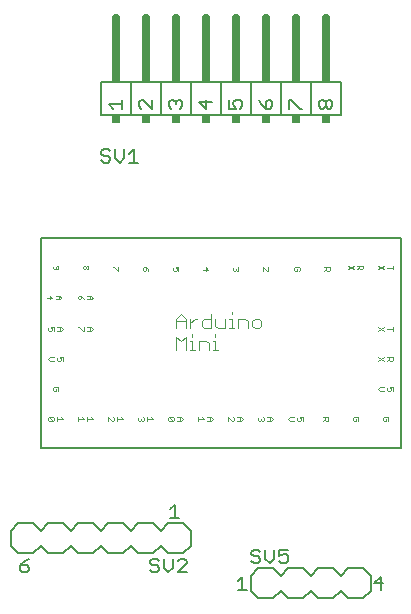
<source format=gto>
G75*
%MOIN*%
%OFA0B0*%
%FSLAX25Y25*%
%IPPOS*%
%LPD*%
%AMOC8*
5,1,8,0,0,1.08239X$1,22.5*
%
%ADD10C,0.00500*%
%ADD11C,0.00400*%
%ADD12C,0.00200*%
%ADD13C,0.00600*%
%ADD14C,0.02600*%
%ADD15R,0.02600X0.03000*%
%ADD16R,0.02600X0.02600*%
D10*
X0020153Y0040006D02*
X0019402Y0040757D01*
X0019402Y0042258D01*
X0021654Y0042258D01*
X0022405Y0041507D01*
X0022405Y0040757D01*
X0021654Y0040006D01*
X0020153Y0040006D01*
X0019402Y0042258D02*
X0020903Y0043759D01*
X0022405Y0044510D01*
X0026256Y0081256D02*
X0146256Y0081256D01*
X0146256Y0151256D01*
X0026256Y0151256D01*
X0026256Y0081256D01*
X0063445Y0044510D02*
X0062694Y0043759D01*
X0062694Y0043008D01*
X0063445Y0042258D01*
X0064946Y0042258D01*
X0065697Y0041507D01*
X0065697Y0040757D01*
X0064946Y0040006D01*
X0063445Y0040006D01*
X0062694Y0040757D01*
X0063445Y0044510D02*
X0064946Y0044510D01*
X0065697Y0043759D01*
X0067298Y0044510D02*
X0067298Y0041507D01*
X0068799Y0040006D01*
X0070301Y0041507D01*
X0070301Y0044510D01*
X0071902Y0043759D02*
X0072653Y0044510D01*
X0074154Y0044510D01*
X0074905Y0043759D01*
X0074905Y0043008D01*
X0071902Y0040006D01*
X0074905Y0040006D01*
X0072405Y0058006D02*
X0069402Y0058006D01*
X0070903Y0058006D02*
X0070903Y0062510D01*
X0069402Y0061008D01*
X0092006Y0037008D02*
X0093507Y0038510D01*
X0093507Y0034006D01*
X0092006Y0034006D02*
X0095008Y0034006D01*
X0097257Y0043006D02*
X0096506Y0043757D01*
X0097257Y0043006D02*
X0098758Y0043006D01*
X0099508Y0043757D01*
X0099508Y0044507D01*
X0098758Y0045258D01*
X0097257Y0045258D01*
X0096506Y0046008D01*
X0096506Y0046759D01*
X0097257Y0047510D01*
X0098758Y0047510D01*
X0099508Y0046759D01*
X0101110Y0047510D02*
X0101110Y0044507D01*
X0102611Y0043006D01*
X0104112Y0044507D01*
X0104112Y0047510D01*
X0105714Y0047510D02*
X0105714Y0045258D01*
X0107215Y0046008D01*
X0107966Y0046008D01*
X0108716Y0045258D01*
X0108716Y0043757D01*
X0107966Y0043006D01*
X0106464Y0043006D01*
X0105714Y0043757D01*
X0105714Y0047510D02*
X0108716Y0047510D01*
X0137506Y0036258D02*
X0140508Y0036258D01*
X0139758Y0034006D02*
X0139758Y0038510D01*
X0137506Y0036258D01*
X0058716Y0176506D02*
X0055714Y0176506D01*
X0057215Y0176506D02*
X0057215Y0181010D01*
X0055714Y0179508D01*
X0054112Y0178007D02*
X0054112Y0181010D01*
X0054112Y0178007D02*
X0052611Y0176506D01*
X0051110Y0178007D01*
X0051110Y0181010D01*
X0049508Y0180259D02*
X0048758Y0181010D01*
X0047257Y0181010D01*
X0046506Y0180259D01*
X0046506Y0179508D01*
X0047257Y0178758D01*
X0048758Y0178758D01*
X0049508Y0178007D01*
X0049508Y0177257D01*
X0048758Y0176506D01*
X0047257Y0176506D01*
X0046506Y0177257D01*
X0050503Y0194506D02*
X0049002Y0196007D01*
X0053506Y0196007D01*
X0053506Y0194506D02*
X0053506Y0197508D01*
X0059002Y0196758D02*
X0059002Y0195257D01*
X0059753Y0194506D01*
X0059002Y0196758D02*
X0059753Y0197508D01*
X0060503Y0197508D01*
X0063506Y0194506D01*
X0063506Y0197508D01*
X0069002Y0196758D02*
X0069002Y0195257D01*
X0069753Y0194506D01*
X0071254Y0196007D02*
X0071254Y0196758D01*
X0072005Y0197508D01*
X0072755Y0197508D01*
X0073506Y0196758D01*
X0073506Y0195257D01*
X0072755Y0194506D01*
X0071254Y0196758D02*
X0070503Y0197508D01*
X0069753Y0197508D01*
X0069002Y0196758D01*
X0079002Y0196758D02*
X0081254Y0194506D01*
X0081254Y0197508D01*
X0083506Y0196758D02*
X0079002Y0196758D01*
X0089002Y0197508D02*
X0089002Y0194506D01*
X0091254Y0194506D01*
X0090503Y0196007D01*
X0090503Y0196758D01*
X0091254Y0197508D01*
X0092755Y0197508D01*
X0093506Y0196758D01*
X0093506Y0195257D01*
X0092755Y0194506D01*
X0099002Y0197508D02*
X0099753Y0196007D01*
X0101254Y0194506D01*
X0101254Y0196758D01*
X0102005Y0197508D01*
X0102755Y0197508D01*
X0103506Y0196758D01*
X0103506Y0195257D01*
X0102755Y0194506D01*
X0101254Y0194506D01*
X0109002Y0194506D02*
X0109002Y0197508D01*
X0109753Y0197508D01*
X0112755Y0194506D01*
X0113506Y0194506D01*
X0119002Y0195257D02*
X0119002Y0196758D01*
X0119753Y0197508D01*
X0120503Y0197508D01*
X0121254Y0196758D01*
X0121254Y0195257D01*
X0120503Y0194506D01*
X0119753Y0194506D01*
X0119002Y0195257D01*
X0121254Y0195257D02*
X0122005Y0194506D01*
X0122755Y0194506D01*
X0123506Y0195257D01*
X0123506Y0196758D01*
X0122755Y0197508D01*
X0122005Y0197508D01*
X0121254Y0196758D01*
D11*
X0099079Y0124525D02*
X0097545Y0124525D01*
X0096777Y0123758D01*
X0096777Y0122223D01*
X0097545Y0121456D01*
X0099079Y0121456D01*
X0099847Y0122223D01*
X0099847Y0123758D01*
X0099079Y0124525D01*
X0095243Y0123758D02*
X0095243Y0121456D01*
X0095243Y0123758D02*
X0094476Y0124525D01*
X0092174Y0124525D01*
X0092174Y0121456D01*
X0090639Y0121456D02*
X0089104Y0121456D01*
X0089872Y0121456D02*
X0089872Y0124525D01*
X0089104Y0124525D01*
X0087570Y0124525D02*
X0087570Y0121456D01*
X0085268Y0121456D01*
X0084500Y0122223D01*
X0084500Y0124525D01*
X0082966Y0124525D02*
X0080664Y0124525D01*
X0079896Y0123758D01*
X0079896Y0122223D01*
X0080664Y0121456D01*
X0082966Y0121456D01*
X0082966Y0126060D01*
X0078362Y0124525D02*
X0077594Y0124525D01*
X0076060Y0122991D01*
X0076060Y0124525D02*
X0076060Y0121456D01*
X0074525Y0121456D02*
X0074525Y0124525D01*
X0072991Y0126060D01*
X0071456Y0124525D01*
X0071456Y0121456D01*
X0071456Y0123758D02*
X0074525Y0123758D01*
X0076827Y0119327D02*
X0076827Y0118560D01*
X0076827Y0117025D02*
X0076827Y0113956D01*
X0076060Y0113956D02*
X0077594Y0113956D01*
X0079129Y0113956D02*
X0079129Y0117025D01*
X0081431Y0117025D01*
X0082198Y0116258D01*
X0082198Y0113956D01*
X0083733Y0113956D02*
X0085268Y0113956D01*
X0084500Y0113956D02*
X0084500Y0117025D01*
X0083733Y0117025D01*
X0084500Y0118560D02*
X0084500Y0119327D01*
X0089872Y0126060D02*
X0089872Y0126827D01*
X0076827Y0117025D02*
X0076060Y0117025D01*
X0074525Y0118560D02*
X0074525Y0113956D01*
X0071456Y0113956D02*
X0071456Y0118560D01*
X0072991Y0117025D01*
X0074525Y0118560D01*
D12*
X0072157Y0140455D02*
X0072157Y0141656D01*
X0071257Y0141656D01*
X0071557Y0141055D01*
X0071557Y0140755D01*
X0071257Y0140455D01*
X0070656Y0140455D01*
X0070356Y0140755D01*
X0070356Y0141356D01*
X0070656Y0141656D01*
X0062157Y0140455D02*
X0061857Y0141055D01*
X0061257Y0141656D01*
X0061257Y0140755D01*
X0060956Y0140455D01*
X0060656Y0140455D01*
X0060356Y0140755D01*
X0060356Y0141356D01*
X0060656Y0141656D01*
X0061257Y0141656D01*
X0052157Y0141656D02*
X0052157Y0140455D01*
X0051857Y0140455D01*
X0050656Y0141656D01*
X0050356Y0141656D01*
X0043057Y0132156D02*
X0043657Y0131555D01*
X0043057Y0130955D01*
X0041856Y0130955D01*
X0042757Y0130955D02*
X0042757Y0132156D01*
X0043057Y0132156D02*
X0041856Y0132156D01*
X0040357Y0131555D02*
X0039757Y0132156D01*
X0039757Y0131255D01*
X0039456Y0130955D01*
X0039156Y0130955D01*
X0038856Y0131255D01*
X0038856Y0131856D01*
X0039156Y0132156D01*
X0039757Y0132156D01*
X0040357Y0131555D02*
X0040657Y0130955D01*
X0033157Y0131555D02*
X0032557Y0130955D01*
X0031356Y0130955D01*
X0032257Y0130955D02*
X0032257Y0132156D01*
X0032557Y0132156D02*
X0033157Y0131555D01*
X0032557Y0132156D02*
X0031356Y0132156D01*
X0030157Y0131255D02*
X0029257Y0132156D01*
X0029257Y0130955D01*
X0030157Y0131255D02*
X0028356Y0131255D01*
X0029156Y0121656D02*
X0028856Y0121356D01*
X0028856Y0120755D01*
X0029156Y0120455D01*
X0029757Y0120455D01*
X0030057Y0120755D01*
X0030057Y0121055D01*
X0029757Y0121656D01*
X0030657Y0121656D01*
X0030657Y0120455D01*
X0031856Y0120455D02*
X0033057Y0120455D01*
X0033657Y0121055D01*
X0033057Y0121656D01*
X0031856Y0121656D01*
X0032757Y0121656D02*
X0032757Y0120455D01*
X0038856Y0121656D02*
X0039156Y0121656D01*
X0040357Y0120455D01*
X0040657Y0120455D01*
X0040657Y0121656D01*
X0041856Y0121656D02*
X0043057Y0121656D01*
X0043657Y0121055D01*
X0043057Y0120455D01*
X0041856Y0120455D01*
X0042757Y0120455D02*
X0042757Y0121656D01*
X0033657Y0111656D02*
X0032757Y0111656D01*
X0033057Y0111055D01*
X0033057Y0110755D01*
X0032757Y0110455D01*
X0032156Y0110455D01*
X0031856Y0110755D01*
X0031856Y0111356D01*
X0032156Y0111656D01*
X0030657Y0111656D02*
X0029456Y0111656D01*
X0028856Y0111055D01*
X0029456Y0110455D01*
X0030657Y0110455D01*
X0033657Y0110455D02*
X0033657Y0111656D01*
X0031857Y0101656D02*
X0030656Y0101656D01*
X0030356Y0101356D01*
X0030356Y0100755D01*
X0030656Y0100455D01*
X0031257Y0100455D01*
X0031257Y0101055D01*
X0031857Y0100455D02*
X0032157Y0100755D01*
X0032157Y0101356D01*
X0031857Y0101656D01*
X0031856Y0091656D02*
X0031856Y0090455D01*
X0031856Y0091055D02*
X0033657Y0091055D01*
X0033057Y0091656D01*
X0030657Y0091356D02*
X0030657Y0090755D01*
X0030357Y0090455D01*
X0029156Y0091656D01*
X0028856Y0091356D01*
X0028856Y0090755D01*
X0029156Y0090455D01*
X0030357Y0090455D01*
X0030657Y0091356D02*
X0030357Y0091656D01*
X0029156Y0091656D01*
X0038856Y0091656D02*
X0038856Y0090455D01*
X0038856Y0091055D02*
X0040657Y0091055D01*
X0040057Y0091656D01*
X0041856Y0091656D02*
X0041856Y0090455D01*
X0041856Y0091055D02*
X0043657Y0091055D01*
X0043057Y0091656D01*
X0048856Y0091656D02*
X0050057Y0090455D01*
X0050357Y0090455D01*
X0050657Y0090755D01*
X0050657Y0091356D01*
X0050357Y0091656D01*
X0051856Y0091656D02*
X0051856Y0090455D01*
X0051856Y0091055D02*
X0053657Y0091055D01*
X0053057Y0091656D01*
X0048856Y0091656D02*
X0048856Y0090455D01*
X0058856Y0090755D02*
X0058856Y0091356D01*
X0059156Y0091656D01*
X0059757Y0091055D02*
X0059757Y0090755D01*
X0059456Y0090455D01*
X0059156Y0090455D01*
X0058856Y0090755D01*
X0059757Y0090755D02*
X0060057Y0090455D01*
X0060357Y0090455D01*
X0060657Y0090755D01*
X0060657Y0091356D01*
X0060357Y0091656D01*
X0061856Y0091656D02*
X0061856Y0090455D01*
X0061856Y0091055D02*
X0063657Y0091055D01*
X0063057Y0091656D01*
X0068856Y0091356D02*
X0069156Y0091656D01*
X0070357Y0090455D01*
X0069156Y0090455D01*
X0068856Y0090755D01*
X0068856Y0091356D01*
X0069156Y0091656D02*
X0070357Y0091656D01*
X0070657Y0091356D01*
X0070657Y0090755D01*
X0070357Y0090455D01*
X0071856Y0090455D02*
X0073057Y0090455D01*
X0073657Y0091055D01*
X0073057Y0091656D01*
X0071856Y0091656D01*
X0072757Y0091656D02*
X0072757Y0090455D01*
X0078856Y0090455D02*
X0078856Y0091656D01*
X0078856Y0091055D02*
X0080657Y0091055D01*
X0080057Y0091656D01*
X0081856Y0091656D02*
X0083057Y0091656D01*
X0083657Y0091055D01*
X0083057Y0090455D01*
X0081856Y0090455D01*
X0082757Y0090455D02*
X0082757Y0091656D01*
X0088856Y0091656D02*
X0090057Y0090455D01*
X0090357Y0090455D01*
X0090657Y0090755D01*
X0090657Y0091356D01*
X0090357Y0091656D01*
X0091856Y0091656D02*
X0093057Y0091656D01*
X0093657Y0091055D01*
X0093057Y0090455D01*
X0091856Y0090455D01*
X0092757Y0090455D02*
X0092757Y0091656D01*
X0088856Y0091656D02*
X0088856Y0090455D01*
X0098856Y0090755D02*
X0098856Y0091356D01*
X0099156Y0091656D01*
X0099757Y0091055D02*
X0099757Y0090755D01*
X0099456Y0090455D01*
X0099156Y0090455D01*
X0098856Y0090755D01*
X0099757Y0090755D02*
X0100057Y0090455D01*
X0100357Y0090455D01*
X0100657Y0090755D01*
X0100657Y0091356D01*
X0100357Y0091656D01*
X0101856Y0091656D02*
X0103057Y0091656D01*
X0103657Y0091055D01*
X0103057Y0090455D01*
X0101856Y0090455D01*
X0102757Y0090455D02*
X0102757Y0091656D01*
X0108856Y0091055D02*
X0109456Y0090455D01*
X0110657Y0090455D01*
X0110657Y0091656D02*
X0109456Y0091656D01*
X0108856Y0091055D01*
X0111856Y0090755D02*
X0111856Y0091356D01*
X0112156Y0091656D01*
X0112757Y0091656D02*
X0113057Y0091055D01*
X0113057Y0090755D01*
X0112757Y0090455D01*
X0112156Y0090455D01*
X0111856Y0090755D01*
X0112757Y0091656D02*
X0113657Y0091656D01*
X0113657Y0090455D01*
X0120356Y0090455D02*
X0120956Y0091055D01*
X0120956Y0090755D02*
X0120956Y0091656D01*
X0120356Y0091656D02*
X0122157Y0091656D01*
X0122157Y0090755D01*
X0121857Y0090455D01*
X0121257Y0090455D01*
X0120956Y0090755D01*
X0130356Y0090755D02*
X0130656Y0090455D01*
X0131257Y0090455D01*
X0131257Y0091055D01*
X0131857Y0090455D02*
X0132157Y0090755D01*
X0132157Y0091356D01*
X0131857Y0091656D01*
X0130656Y0091656D01*
X0130356Y0091356D01*
X0130356Y0090755D01*
X0139456Y0100455D02*
X0140657Y0100455D01*
X0139456Y0100455D02*
X0138856Y0101055D01*
X0139456Y0101656D01*
X0140657Y0101656D01*
X0141856Y0101356D02*
X0142156Y0101656D01*
X0141856Y0101356D02*
X0141856Y0100755D01*
X0142156Y0100455D01*
X0142757Y0100455D01*
X0143057Y0100755D01*
X0143057Y0101055D01*
X0142757Y0101656D01*
X0143657Y0101656D01*
X0143657Y0100455D01*
X0141857Y0091656D02*
X0140656Y0091656D01*
X0140356Y0091356D01*
X0140356Y0090755D01*
X0140656Y0090455D01*
X0141257Y0090455D01*
X0141257Y0091055D01*
X0141857Y0090455D02*
X0142157Y0090755D01*
X0142157Y0091356D01*
X0141857Y0091656D01*
X0141856Y0110455D02*
X0142456Y0111055D01*
X0142456Y0110755D02*
X0142456Y0111656D01*
X0141856Y0111656D02*
X0143657Y0111656D01*
X0143657Y0110755D01*
X0143357Y0110455D01*
X0142757Y0110455D01*
X0142456Y0110755D01*
X0140657Y0110455D02*
X0138856Y0111656D01*
X0138856Y0110455D02*
X0140657Y0111656D01*
X0140657Y0120455D02*
X0138856Y0121656D01*
X0138856Y0120455D02*
X0140657Y0121656D01*
X0141856Y0121055D02*
X0143657Y0121055D01*
X0143657Y0120455D02*
X0143657Y0121656D01*
X0143657Y0140955D02*
X0143657Y0142156D01*
X0143657Y0141555D02*
X0141856Y0141555D01*
X0140657Y0140955D02*
X0138856Y0142156D01*
X0138856Y0140955D02*
X0140657Y0142156D01*
X0133657Y0142156D02*
X0133657Y0141255D01*
X0133357Y0140955D01*
X0132757Y0140955D01*
X0132456Y0141255D01*
X0132456Y0142156D01*
X0131856Y0142156D02*
X0133657Y0142156D01*
X0132456Y0141555D02*
X0131856Y0140955D01*
X0130657Y0140955D02*
X0128856Y0142156D01*
X0128856Y0140955D02*
X0130657Y0142156D01*
X0122657Y0141656D02*
X0122657Y0140755D01*
X0122357Y0140455D01*
X0121757Y0140455D01*
X0121456Y0140755D01*
X0121456Y0141656D01*
X0120856Y0141656D02*
X0122657Y0141656D01*
X0121456Y0141055D02*
X0120856Y0140455D01*
X0112657Y0140755D02*
X0112657Y0141356D01*
X0112357Y0141656D01*
X0111156Y0141656D01*
X0110856Y0141356D01*
X0110856Y0140755D01*
X0111156Y0140455D01*
X0111757Y0140455D01*
X0111757Y0141055D01*
X0112357Y0140455D02*
X0112657Y0140755D01*
X0102157Y0140755D02*
X0102157Y0141356D01*
X0101857Y0141656D01*
X0102157Y0140755D02*
X0101857Y0140455D01*
X0101557Y0140455D01*
X0100356Y0141656D01*
X0100356Y0140455D01*
X0092157Y0140755D02*
X0091857Y0140455D01*
X0091557Y0140455D01*
X0091257Y0140755D01*
X0090956Y0140455D01*
X0090656Y0140455D01*
X0090356Y0140755D01*
X0090356Y0141356D01*
X0090656Y0141656D01*
X0091257Y0141055D02*
X0091257Y0140755D01*
X0092157Y0140755D02*
X0092157Y0141356D01*
X0091857Y0141656D01*
X0082157Y0140755D02*
X0081257Y0141656D01*
X0081257Y0140455D01*
X0082157Y0140755D02*
X0080356Y0140755D01*
X0042157Y0141255D02*
X0041857Y0140955D01*
X0041557Y0140955D01*
X0041257Y0141255D01*
X0041257Y0141856D01*
X0041557Y0142156D01*
X0041857Y0142156D01*
X0042157Y0141856D01*
X0042157Y0141255D01*
X0041257Y0141255D02*
X0040956Y0140955D01*
X0040656Y0140955D01*
X0040356Y0141255D01*
X0040356Y0141856D01*
X0040656Y0142156D01*
X0040956Y0142156D01*
X0041257Y0141856D01*
X0032157Y0141856D02*
X0032157Y0141255D01*
X0031857Y0140955D01*
X0030656Y0140955D01*
X0030356Y0141255D01*
X0030356Y0141856D01*
X0030656Y0142156D01*
X0031257Y0141856D02*
X0031257Y0140955D01*
X0031257Y0141856D02*
X0031557Y0142156D01*
X0031857Y0142156D01*
X0032157Y0141856D01*
D13*
X0046256Y0192256D02*
X0046256Y0203256D01*
X0056256Y0203256D01*
X0066256Y0203256D01*
X0066256Y0192256D01*
X0056256Y0192256D01*
X0046256Y0192256D01*
X0056256Y0192256D02*
X0056256Y0203256D01*
X0066256Y0203256D02*
X0076256Y0203256D01*
X0086256Y0203256D01*
X0096256Y0203256D01*
X0096256Y0192256D01*
X0086256Y0192256D01*
X0076256Y0192256D01*
X0066256Y0192256D01*
X0076256Y0192256D02*
X0076256Y0203256D01*
X0086256Y0203256D02*
X0086256Y0192256D01*
X0096256Y0192256D02*
X0106256Y0192256D01*
X0116256Y0192256D01*
X0116256Y0203256D01*
X0106256Y0203256D01*
X0096256Y0203256D01*
X0106256Y0203256D02*
X0106256Y0192256D01*
X0116256Y0192256D02*
X0126256Y0192256D01*
X0126256Y0203256D01*
X0116256Y0203256D01*
X0073756Y0056256D02*
X0068756Y0056256D01*
X0066256Y0053756D01*
X0063756Y0056256D01*
X0058756Y0056256D01*
X0056256Y0053756D01*
X0053756Y0056256D01*
X0048756Y0056256D01*
X0046256Y0053756D01*
X0043756Y0056256D01*
X0038756Y0056256D01*
X0036256Y0053756D01*
X0033756Y0056256D01*
X0028756Y0056256D01*
X0026256Y0053756D01*
X0023756Y0056256D01*
X0018756Y0056256D01*
X0016256Y0053756D01*
X0016256Y0048756D01*
X0018756Y0046256D01*
X0023756Y0046256D01*
X0026256Y0048756D01*
X0028756Y0046256D01*
X0033756Y0046256D01*
X0036256Y0048756D01*
X0038756Y0046256D01*
X0043756Y0046256D01*
X0046256Y0048756D01*
X0048756Y0046256D01*
X0053756Y0046256D01*
X0056256Y0048756D01*
X0058756Y0046256D01*
X0063756Y0046256D01*
X0066256Y0048756D01*
X0068756Y0046256D01*
X0073756Y0046256D01*
X0076256Y0048756D01*
X0076256Y0053756D01*
X0073756Y0056256D01*
X0096256Y0038756D02*
X0096256Y0033756D01*
X0098756Y0031256D01*
X0103756Y0031256D01*
X0106256Y0033756D01*
X0108756Y0031256D01*
X0113756Y0031256D01*
X0116256Y0033756D01*
X0118756Y0031256D01*
X0123756Y0031256D01*
X0126256Y0033756D01*
X0128756Y0031256D01*
X0133756Y0031256D01*
X0136256Y0033756D01*
X0136256Y0038756D01*
X0133756Y0041256D01*
X0128756Y0041256D01*
X0126256Y0038756D01*
X0123756Y0041256D01*
X0118756Y0041256D01*
X0116256Y0038756D01*
X0113756Y0041256D01*
X0108756Y0041256D01*
X0106256Y0038756D01*
X0103756Y0041256D01*
X0098756Y0041256D01*
X0096256Y0038756D01*
D14*
X0091256Y0206256D02*
X0091256Y0224756D01*
X0101256Y0224756D02*
X0101256Y0206256D01*
X0111256Y0206256D02*
X0111256Y0224756D01*
X0121256Y0224756D02*
X0121256Y0206256D01*
X0081256Y0206256D02*
X0081256Y0224756D01*
X0071256Y0224756D02*
X0071256Y0206256D01*
X0061256Y0206256D02*
X0061256Y0224756D01*
X0051256Y0224756D02*
X0051256Y0206256D01*
D15*
X0051256Y0204756D03*
X0061256Y0204756D03*
X0071256Y0204756D03*
X0081256Y0204756D03*
X0091256Y0204756D03*
X0101256Y0204756D03*
X0111256Y0204756D03*
X0121256Y0204756D03*
D16*
X0121256Y0190956D03*
X0111256Y0190956D03*
X0101256Y0190956D03*
X0091256Y0190956D03*
X0081256Y0190956D03*
X0071256Y0190956D03*
X0061256Y0190956D03*
X0051256Y0190956D03*
M02*

</source>
